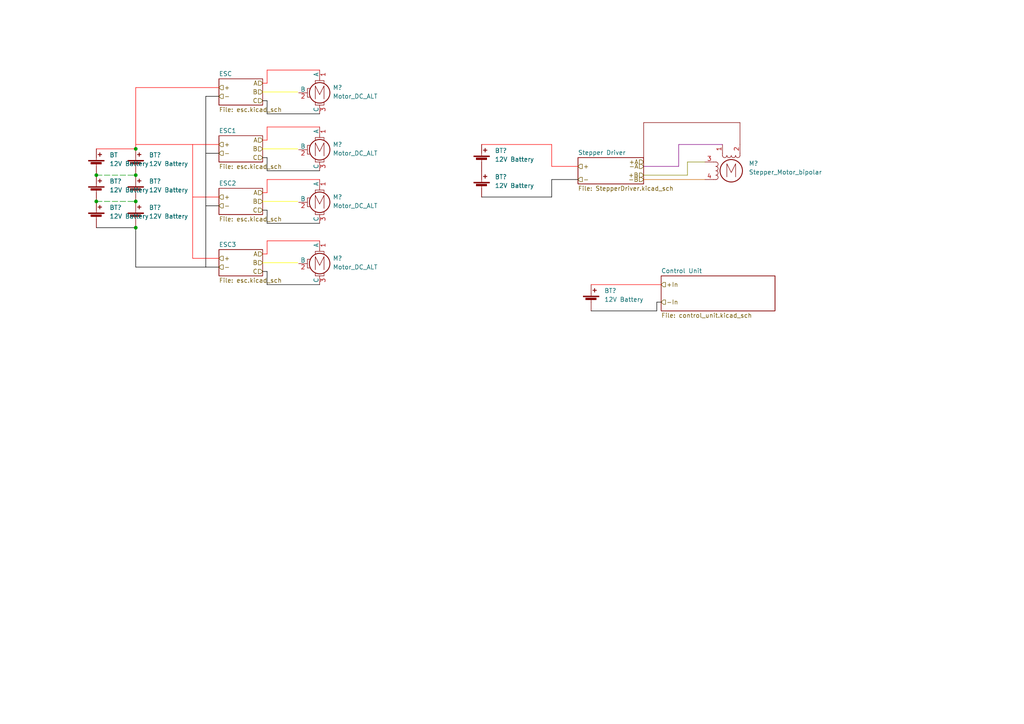
<source format=kicad_sch>
(kicad_sch (version 20211123) (generator eeschema)
  (paper "A4")
  (title_block (title "Power Supply"))
  (lib_symbols
    (symbol "Device:Battery_Cell" (pin_numbers hide) (pin_names (offset 0) hide)
      (property "Reference" "BT" (at 2.54 2.54 0))
      (property "Value" "Battery_Cell" (at 2.54 0 0))
      (symbol "Battery_Cell_0_1"
        (rectangle (start -2.286 1.778) (end 2.286 1.524) (fill (type outline)))
        (rectangle (start -1.5748 1.1938) (end 1.4732 0.6858) (fill (type outline)))
        (polyline (pts (xy 0 0.762) (xy 0 0)))
        (polyline (pts (xy 0 1.778) (xy 0 2.54)))
        (polyline (pts (xy 0.508 3.429) (xy 1.524 3.429)) (stroke (width 0.254)))
        (polyline (pts (xy 1.016 3.937) (xy 1.016 2.921)) (stroke (width 0.254)))
      )
      (symbol "Battery_Cell_1_1"
        (pin passive line (at 0 5.08 270) (length 2.54) (name "+") (number "1"))
        (pin passive line (at 0 -2.54 90) (length 2.54) (name "-") (number "2"))
      )
    )
    (symbol "Motor:Motor_DC_ALT" (pin_names (offset 0))
      (property "Reference" "M" (at 2.54 2.54 0))
      (property "Value" "Motor_DC_ALT" (at 2.54 -5.08 0))
      (symbol "Motor_DC_ALT_0_0"
        (circle (center 0 -1.524) (radius 2.9718) (stroke (width 0.254)))
        (polyline (pts (xy -2.794 -2.794) (xy -3.556 -2.794) (xy -3.556 -0.254) (xy -2.794 -0.254)))
        (polyline (pts (xy -1.27 -4.318) (xy -1.27 -5.08) (xy 1.27 -5.08) (xy 1.27 -4.318)))
        (polyline (pts (xy -1.27 1.27) (xy -1.27 2.032) (xy 1.27 2.032) (xy 1.27 1.27)))
        (polyline (pts (xy -1.27 -3.302) (xy -1.27 0.508) (xy 0 -2.032) (xy 1.27 0.508) (xy 1.27 -3.302)))
      )
      (symbol "Motor_DC_ALT_0_1"
        (polyline (pts (xy 0 2.032) (xy 0 2.54)))
      )
      (symbol "Motor_DC_ALT_1_1"
        (pin passive line (at 0 5.08 270) (length 2.54) (name "A") (number "1"))
        (pin passive line (at -6.096 -1.524 0) (length 2.54) (name "B") (number "2"))
        (pin passive line (at 0 -7.62 90) (length 2.54) (name "C") (number "3"))
      )
    )
    (symbol "Motor:Stepper_Motor_bipolar" (pin_names (offset 0) hide)
      (property "Reference" "M" (at 3.81 2.54 0))
      (property "Value" "Stepper_Motor_bipolar" (at 3.81 1.27 0))
      (symbol "Stepper_Motor_bipolar_0_0"
        (polyline (pts (xy -1.27 -1.778) (xy -1.27 2.032) (xy 0 -0.508) (xy 1.27 2.032) (xy 1.27 -1.778)))
      )
      (symbol "Stepper_Motor_bipolar_0_1"
        (arc (start -4.445 -2.54) (mid -3.81 -1.905) (end -4.445 -1.27))
        (arc (start -4.445 -1.27) (mid -3.81 -0.635) (end -4.445 0))
        (arc (start -4.445 0) (mid -3.81 0.635) (end -4.445 1.27))
        (arc (start -4.445 1.27) (mid -3.81 1.905) (end -4.445 2.54))
        (arc (start -2.54 4.445) (mid -1.905 3.81) (end -1.27 4.445))
        (arc (start -1.27 4.445) (mid -0.635 3.81) (end 0 4.445))
        (polyline (pts (xy -5.08 -2.54) (xy -4.445 -2.54)))
        (polyline (pts (xy -5.08 2.54) (xy -4.445 2.54)))
        (polyline (pts (xy -2.54 5.08) (xy -2.54 4.445)))
        (polyline (pts (xy 2.54 5.08) (xy 2.54 4.445)))
        (circle (center 0 0) (radius 3.2512) (stroke (width 0.254)))
        (arc (start 0 4.445) (mid 0.635 3.81) (end 1.27 4.445))
        (arc (start 1.27 4.445) (mid 1.905 3.81) (end 2.54 4.445))
      )
      (symbol "Stepper_Motor_bipolar_1_1"
        (pin passive line (at -2.54 7.62 270) (length 2.54) (name "~") (number "1"))
        (pin passive line (at 2.54 7.62 270) (length 2.54) (name "-") (number "2"))
        (pin passive line (at -7.62 2.54 0) (length 2.54) (name "~") (number "3"))
        (pin passive line (at -7.62 -2.54 0) (length 2.54) (name "~") (number "4"))
      )
    )
  )
  (junction (at 39.37 66.04))
  (junction (at 27.94 50.8))
  (junction (at 39.37 50.8))
  (junction (at 39.37 43.18))
  (junction (at 39.37 58.42))
  (junction (at 27.94 58.42))
  (wire (pts (xy 63.5 57.15) (xy 55.88 57.15)) (stroke (width 0) (color 255 0 0 1)))
  (wire (pts (xy 76.2 58.42) (xy 86.36 58.42)) (stroke (width 0) (color 255 255 0 1)))
  (wire (pts (xy 160.02 48.26) (xy 160.02 41.91)) (stroke (width 0) (color 255 0 0 1)))
  (wire (pts (xy 77.47 69.85) (xy 77.47 73.66)) (stroke (width 0) (color 255 0 0 1)))
  (wire (pts (xy 39.37 77.47) (xy 39.37 66.04)) (stroke (width 0) (color 0 0 0 1)))
  (wire (pts (xy 196.85 48.26) (xy 196.85 41.91)) (stroke (width 0) (color 132 0 132 1)))
  (wire (pts (xy 92.71 36.83) (xy 77.47 36.83)) (stroke (width 0) (color 255 0 0 1)))
  (wire (pts (xy 76.2 26.67) (xy 86.36 26.67)) (stroke (width 0) (color 255 255 0 1)))
  (wire (pts (xy 186.69 35.56) (xy 214.63 35.56)) (stroke (width 0) (color 132 0 0 1)))
  (wire (pts (xy 63.5 25.4) (xy 39.37 25.4)) (stroke (width 0) (color 255 0 0 1)))
  (wire (pts (xy 199.39 50.8) (xy 199.39 46.99)) (stroke (width 0) (color 132 132 0 1)))
  (wire (pts (xy 77.47 40.64) (xy 76.2 40.64)) (stroke (width 0) (color 255 0 0 1)))
  (wire (pts (xy 59.69 27.94) (xy 59.69 77.47)) (stroke (width 0) (color 0 0 0 1)))
  (wire (pts (xy 76.2 76.2) (xy 86.36 76.2)) (stroke (width 0) (color 255 255 0 1)))
  (wire (pts (xy 27.94 43.18) (xy 39.37 43.18)) (stroke (width 0) (color 255 0 0 1)))
  (wire (pts (xy 27.94 50.8) (xy 39.37 50.8)) (stroke (width 0) (type dash)))
  (wire (pts (xy 167.64 48.26) (xy 160.02 48.26)) (stroke (width 0) (color 255 0 0 1)))
  (wire (pts (xy 92.71 33.02) (xy 77.47 33.02)) (stroke (width 0) (color 0 0 0 1)))
  (wire (pts (xy 63.5 44.45) (xy 59.69 44.45)) (stroke (width 0) (color 0 0 0 1)))
  (wire (pts (xy 77.47 52.07) (xy 77.47 55.88)) (stroke (width 0) (color 255 0 0 1)))
  (wire (pts (xy 27.94 66.04) (xy 39.37 66.04)) (stroke (width 0) (color 0 0 0 1)))
  (wire (pts (xy 92.71 52.07) (xy 77.47 52.07)) (stroke (width 0) (color 255 0 0 1)))
  (wire (pts (xy 171.45 90.17) (xy 190.5 90.17)) (stroke (width 0) (color 0 0 0 1)))
  (wire (pts (xy 167.64 52.07) (xy 160.02 52.07)) (stroke (width 0) (color 0 0 0 1)))
  (wire (pts (xy 214.63 35.56) (xy 214.63 41.91)) (stroke (width 0) (color 132 0 0 1)))
  (wire (pts (xy 77.47 78.74) (xy 76.2 78.74)) (stroke (width 0) (color 0 0 0 1)))
  (wire (pts (xy 77.47 64.77) (xy 77.47 60.96)) (stroke (width 0) (color 0 0 0 1)))
  (wire (pts (xy 39.37 77.47) (xy 63.5 77.47)) (stroke (width 0) (color 0 0 0 1)))
  (wire (pts (xy 77.47 29.21) (xy 76.2 29.21)) (stroke (width 0) (color 0 0 0 1)))
  (wire (pts (xy 92.71 20.32) (xy 77.47 20.32)) (stroke (width 0) (color 255 0 0 1)))
  (wire (pts (xy 186.69 48.26) (xy 196.85 48.26)) (stroke (width 0) (color 132 0 132 1)))
  (wire (pts (xy 63.5 27.94) (xy 59.69 27.94)) (stroke (width 0) (color 0 0 0 1)))
  (wire (pts (xy 160.02 57.15) (xy 139.7 57.15)) (stroke (width 0) (color 0 0 0 1)))
  (wire (pts (xy 186.69 52.07) (xy 204.47 52.07)) (stroke (width 0) (color 204 102 0 1)))
  (wire (pts (xy 77.47 60.96) (xy 76.2 60.96)) (stroke (width 0) (color 0 0 0 1)))
  (wire (pts (xy 39.37 25.4) (xy 39.37 43.18)) (stroke (width 0) (color 255 0 0 1)))
  (wire (pts (xy 190.5 90.17) (xy 190.5 87.63)) (stroke (width 0) (color 0 0 0 1)))
  (wire (pts (xy 77.47 45.72) (xy 76.2 45.72)) (stroke (width 0) (color 0 0 0 1)))
  (wire (pts (xy 76.2 43.18) (xy 86.36 43.18)) (stroke (width 0) (color 255 255 0 1)))
  (wire (pts (xy 63.5 74.93) (xy 55.88 74.93)) (stroke (width 0) (color 255 0 0 1)))
  (wire (pts (xy 77.47 36.83) (xy 77.47 40.64)) (stroke (width 0) (color 255 0 0 1)))
  (wire (pts (xy 186.69 50.8) (xy 199.39 50.8)) (stroke (width 0) (color 132 132 0 1)))
  (wire (pts (xy 92.71 49.53) (xy 77.47 49.53)) (stroke (width 0) (color 0 0 0 1)))
  (wire (pts (xy 77.47 73.66) (xy 76.2 73.66)) (stroke (width 0) (color 255 0 0 1)))
  (wire (pts (xy 92.71 82.55) (xy 77.47 82.55)) (stroke (width 0) (color 0 0 0 1)))
  (wire (pts (xy 77.47 33.02) (xy 77.47 29.21)) (stroke (width 0) (color 0 0 0 1)))
  (wire (pts (xy 77.47 49.53) (xy 77.47 45.72)) (stroke (width 0) (color 0 0 0 1)))
  (wire (pts (xy 77.47 24.13) (xy 76.2 24.13)) (stroke (width 0) (color 255 0 0 1)))
  (wire (pts (xy 199.39 46.99) (xy 204.47 46.99)) (stroke (width 0) (color 132 132 0 1)))
  (wire (pts (xy 77.47 20.32) (xy 77.47 24.13)) (stroke (width 0) (color 255 0 0 1)))
  (wire (pts (xy 160.02 52.07) (xy 160.02 57.15)) (stroke (width 0) (color 0 0 0 1)))
  (wire (pts (xy 63.5 59.69) (xy 59.69 59.69)) (stroke (width 0) (color 0 0 0 1)))
  (wire (pts (xy 27.94 58.42) (xy 39.37 58.42)) (stroke (width 0) (type dash)))
  (wire (pts (xy 39.37 41.91) (xy 63.5 41.91)) (stroke (width 0) (color 255 0 0 1)))
  (wire (pts (xy 171.45 82.55) (xy 191.77 82.55)) (stroke (width 0) (color 255 0 0 1)))
  (wire (pts (xy 55.88 41.91) (xy 55.88 74.93)) (stroke (width 0) (color 255 0 0 1)))
  (wire (pts (xy 196.85 41.91) (xy 209.55 41.91)) (stroke (width 0) (color 132 0 132 1)))
  (wire (pts (xy 186.69 46.99) (xy 186.69 35.56)) (stroke (width 0) (color 132 0 0 1)))
  (wire (pts (xy 92.71 64.77) (xy 77.47 64.77)) (stroke (width 0) (color 0 0 0 1)))
  (wire (pts (xy 92.71 69.85) (xy 77.47 69.85)) (stroke (width 0) (color 255 0 0 1)))
  (wire (pts (xy 190.5 87.63) (xy 191.77 87.63)) (stroke (width 0) (color 0 0 0 1)))
  (wire (pts (xy 160.02 41.91) (xy 139.7 41.91)) (stroke (width 0) (color 255 0 0 1)))
  (wire (pts (xy 77.47 82.55) (xy 77.47 78.74)) (stroke (width 0) (color 0 0 0 1)))
  (wire (pts (xy 77.47 55.88) (xy 76.2 55.88)) (stroke (width 0) (color 255 0 0 1)))
  (hierarchical_label "-" (shape input) (at 63.5 44.45 0))
  (hierarchical_label "-In" (shape input) (at 191.77 87.63 0))
  (hierarchical_label "C" (shape input) (at 76.2 60.96 180))
  (hierarchical_label "-A" (shape input) (at 186.69 48.26 180))
  (hierarchical_label "-" (shape input) (at 63.5 27.94 0))
  (hierarchical_label "-" (shape input) (at 167.64 52.07 0))
  (hierarchical_label "C" (shape input) (at 76.2 78.74 180))
  (hierarchical_label "+A" (shape input) (at 186.69 46.99 180))
  (hierarchical_label "-" (shape input) (at 63.5 77.47 0))
  (hierarchical_label "A" (shape input) (at 76.2 55.88 180))
  (hierarchical_label "+" (shape input) (at 63.5 25.4 0))
  (hierarchical_label "-" (shape input) (at 63.5 59.69 0))
  (hierarchical_label "+" (shape input) (at 63.5 41.91 0))
  (hierarchical_label "A" (shape input) (at 76.2 73.66 180))
  (hierarchical_label "C" (shape input) (at 76.2 29.21 180))
  (hierarchical_label "B" (shape input) (at 76.2 26.67 180))
  (hierarchical_label "+In" (shape input) (at 191.77 82.55 0))
  (hierarchical_label "B" (shape input) (at 76.2 58.42 180))
  (hierarchical_label "B" (shape input) (at 76.2 76.2 180))
  (hierarchical_label "+" (shape input) (at 63.5 74.93 0))
  (hierarchical_label "B" (shape input) (at 76.2 43.18 180))
  (hierarchical_label "+" (shape input) (at 167.64 48.26 0))
  (hierarchical_label "+B" (shape input) (at 186.69 50.8 180))
  (hierarchical_label "+" (shape input) (at 63.5 57.15 0))
  (hierarchical_label "C" (shape input) (at 76.2 45.72 180))
  (hierarchical_label "A" (shape input) (at 76.2 24.13 180))
  (hierarchical_label "A" (shape input) (at 76.2 40.64 180))
  (hierarchical_label "-B" (shape input) (at 186.69 52.07 180))
  (symbol (lib_id "Device:Battery_Cell") (at 39.37 63.5 0) (unit 1)
    (property "Reference" "BT?" (at 43.18 60.1979 0) (effects (justify left)))
    (property "Value" "12V Battery" (at 43.18 62.7379 0) (effects (justify left)))
  )
  (symbol (lib_id "Motor:Motor_DC_ALT") (at 92.71 57.15 0) (unit 1)
    (property "Reference" "M?" (at 96.52 57.1499 0) (effects (justify left)))
    (property "Value" "Motor_DC_ALT" (at 96.52 59.6899 0) (effects (justify left)))
  )
  (symbol (lib_id "Device:Battery_Cell") (at 139.7 46.99 0) (unit 1)
    (property "Reference" "BT?" (at 143.51 43.6879 0) (effects (justify left)))
    (property "Value" "12V Battery" (at 143.51 46.2279 0) (effects (justify left)))
  )
  (symbol (lib_id "Motor:Motor_DC_ALT") (at 92.71 74.93 0) (unit 1)
    (property "Reference" "M?" (at 96.52 74.9299 0) (effects (justify left)))
    (property "Value" "Motor_DC_ALT" (at 96.52 77.4699 0) (effects (justify left)))
  )
  (symbol (lib_id "Motor:Stepper_Motor_bipolar") (at 212.09 49.53 0) (unit 1)
    (property "Reference" "M?" (at 217.17 47.409 0) (effects (justify left)))
    (property "Value" "Stepper_Motor_bipolar" (at 217.17 49.949 0) (effects (justify left)))
    (property "Datasheet" "http://www.infineon.com/dgdl/Application-Note-TLE8110EE_driving_UniPolarStepperMotor_V1.1.pdf?fileId=db3a30431be39b97011be5d0aa0a00b0" (effects hide))
  )
  (symbol (lib_id "Device:Battery_Cell") (at 27.94 55.88 0) (unit 1)
    (property "Reference" "BT?" (at 31.75 52.5779 0) (effects (justify left)))
    (property "Value" "12V Battery" (at 31.75 55.1179 0) (effects (justify left)))
  )
  (symbol (lib_id "Motor:Motor_DC_ALT") (at 92.71 41.91 0) (unit 1)
    (property "Reference" "M?" (at 96.52 41.9099 0) (effects (justify left)))
    (property "Value" "Motor_DC_ALT" (at 96.52 44.4499 0) (effects (justify left)))
  )
  (symbol (lib_id "Device:Battery_Cell") (at 39.37 48.26 0) (unit 1)
    (property "Reference" "BT?" (at 43.18 44.9579 0) (effects (justify left)))
    (property "Value" "12V Battery" (at 43.18 47.4979 0) (effects (justify left)))
  )
  (symbol (lib_id "Device:Battery_Cell") (at 171.45 87.63 0) (unit 1)
    (property "Reference" "BT?" (at 175.26 84.3279 0) (effects (justify left)))
    (property "Value" "12V Battery" (at 175.26 86.8679 0) (effects (justify left)))
  )
  (symbol (lib_id "Device:Battery_Cell") (at 39.37 55.88 0) (unit 1)
    (property "Reference" "BT?" (at 43.18 52.5779 0) (effects (justify left)))
    (property "Value" "12V Battery" (at 43.18 55.1179 0) (effects (justify left)))
  )
  (symbol (lib_id "Motor:Motor_DC_ALT") (at 92.71 25.4 0) (unit 1)
    (property "Reference" "M?" (at 96.52 25.3999 0) (effects (justify left)))
    (property "Value" "Motor_DC_ALT" (at 96.52 27.9399 0) (effects (justify left)))
  )
  (symbol (lib_id "Device:Battery_Cell") (at 27.94 63.5 0) (unit 1)
    (property "Reference" "BT?" (at 31.75 60.1979 0) (effects (justify left)))
    (property "Value" "12V Battery" (at 31.75 62.7379 0) (effects (justify left)))
  )
  (symbol (lib_id "Device:Battery_Cell") (at 27.94 48.26 0) (unit 1)
    (property "Reference" "BT" (at 31.75 44.9579 0) (effects (justify left)))
    (property "Value" "12V Battery" (at 31.75 47.4979 0) (effects (justify left)))
  )
  (symbol (lib_id "Device:Battery_Cell") (at 139.7 54.61 0) (unit 1)
    (property "Reference" "BT?" (at 143.51 51.3079 0) (effects (justify left)))
    (property "Value" "12V Battery" (at 143.51 53.8479 0) (effects (justify left)))
  )
  (sheet (at 63.5 54.61) (size 12.7 7.62) (stroke (width 0.1524))
    (property "Sheet name" "ESC2" (at 63.5 53.8984 0) (effects (justify left bottom)))
    (property "Sheet file" "esc.kicad_sch" (at 63.5 62.8146 0) (effects (justify left top)))
  )
  (sheet (at 63.5 22.86) (size 12.7 7.62) (stroke (width 0.1524))
    (property "Sheet name" "ESC" (at 63.5 22.1484 0) (effects (justify left bottom)))
    (property "Sheet file" "esc.kicad_sch" (at 63.5 31.0646 0) (effects (justify left top)))
  )
  (sheet (at 191.77 80.01) (size 33.02 10.16) (stroke (width 0.1524))
    (property "Sheet name" "Control Unit" (at 191.77 79.2984 0) (effects (justify left bottom)))
    (property "Sheet file" "control_unit.kicad_sch" (at 191.77 90.7546 0) (effects (justify left top)))
  )
  (sheet (at 167.64 45.72) (size 19.05 7.62) (stroke (width 0.1524))
    (property "Sheet name" "Stepper Driver" (at 167.64 45.0084 0) (effects (justify left bottom)))
    (property "Sheet file" "StepperDriver.kicad_sch" (at 167.64 53.9246 0) (effects (justify left top)))
  )
  (sheet (at 63.5 72.39) (size 12.7 7.62) (stroke (width 0.1524))
    (property "Sheet name" "ESC3" (at 63.5 71.6784 0) (effects (justify left bottom)))
    (property "Sheet file" "esc.kicad_sch" (at 63.5 80.5946 0) (effects (justify left top)))
  )
  (sheet (at 63.5 39.37) (size 12.7 7.62) (stroke (width 0.1524))
    (property "Sheet name" "ESC1" (at 63.5 38.6584 0) (effects (justify left bottom)))
    (property "Sheet file" "esc.kicad_sch" (at 63.5 47.5746 0) (effects (justify left top)))
  )
)
</source>
